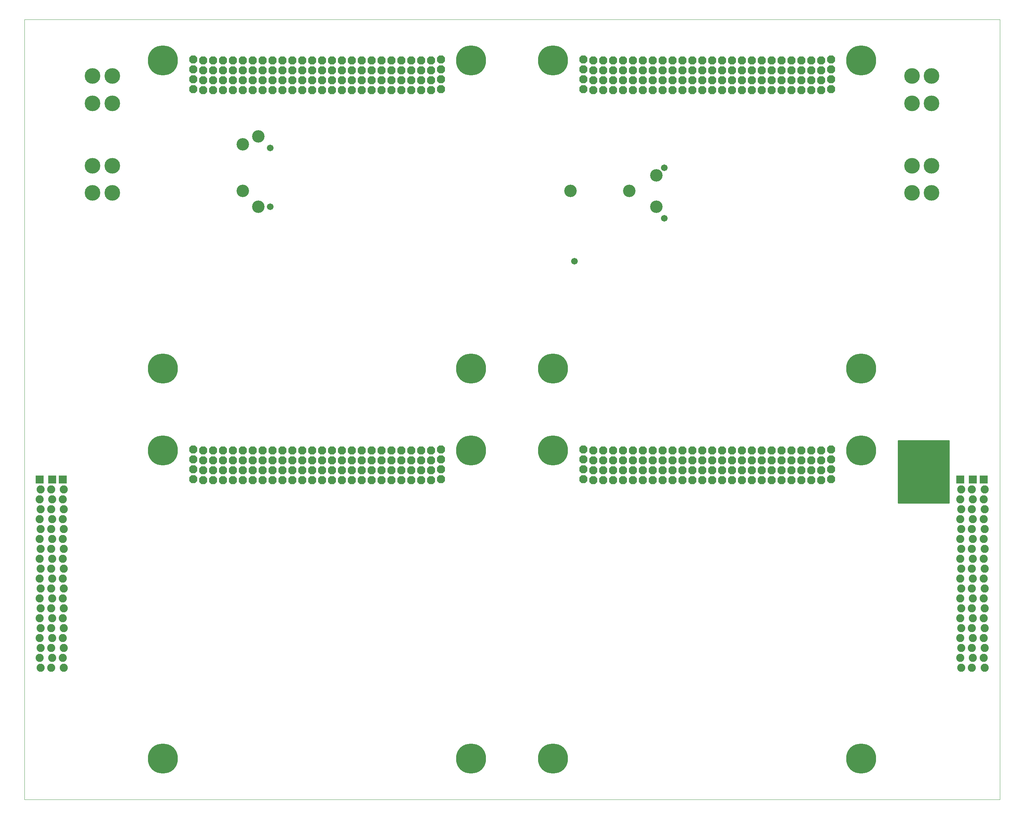
<source format=gbs>
G75*
%MOIN*%
%OFA0B0*%
%FSLAX25Y25*%
%IPPOS*%
%LPD*%
%AMOC8*
5,1,8,0,0,1.08239X$1,22.5*
%
%ADD10C,0.00000*%
%ADD11C,0.01000*%
%ADD12C,0.30328*%
%ADD13OC8,0.08200*%
%ADD14C,0.15800*%
%ADD15R,0.08200X0.08200*%
%ADD16C,0.08200*%
%ADD17C,0.12611*%
%ADD18C,0.06706*%
%ADD19C,0.04369*%
D10*
X0001000Y0002000D02*
X0001000Y0789402D01*
X0985252Y0789402D01*
X0985252Y0002000D01*
X0001000Y0002000D01*
D11*
X0882890Y0301213D02*
X0934071Y0301213D01*
X0934071Y0364205D01*
X0882890Y0364205D01*
X0882890Y0301213D01*
X0882890Y0301841D02*
X0934071Y0301841D01*
X0934071Y0302839D02*
X0882890Y0302839D01*
X0882890Y0303838D02*
X0934071Y0303838D01*
X0934071Y0304836D02*
X0882890Y0304836D01*
X0882890Y0305835D02*
X0934071Y0305835D01*
X0934071Y0306833D02*
X0882890Y0306833D01*
X0882890Y0307832D02*
X0934071Y0307832D01*
X0934071Y0308830D02*
X0882890Y0308830D01*
X0882890Y0309829D02*
X0934071Y0309829D01*
X0934071Y0310827D02*
X0882890Y0310827D01*
X0882890Y0311826D02*
X0934071Y0311826D01*
X0934071Y0312824D02*
X0882890Y0312824D01*
X0882890Y0313823D02*
X0934071Y0313823D01*
X0934071Y0314821D02*
X0882890Y0314821D01*
X0882890Y0315820D02*
X0934071Y0315820D01*
X0934071Y0316818D02*
X0882890Y0316818D01*
X0882890Y0317817D02*
X0934071Y0317817D01*
X0934071Y0318815D02*
X0882890Y0318815D01*
X0882890Y0319814D02*
X0934071Y0319814D01*
X0934071Y0320812D02*
X0882890Y0320812D01*
X0882890Y0321811D02*
X0934071Y0321811D01*
X0934071Y0322809D02*
X0882890Y0322809D01*
X0882890Y0323808D02*
X0934071Y0323808D01*
X0934071Y0324806D02*
X0882890Y0324806D01*
X0882890Y0325805D02*
X0934071Y0325805D01*
X0934071Y0326804D02*
X0882890Y0326804D01*
X0882890Y0327802D02*
X0934071Y0327802D01*
X0934071Y0328801D02*
X0882890Y0328801D01*
X0882890Y0329799D02*
X0934071Y0329799D01*
X0934071Y0330798D02*
X0882890Y0330798D01*
X0882890Y0331796D02*
X0934071Y0331796D01*
X0934071Y0332795D02*
X0882890Y0332795D01*
X0882890Y0333793D02*
X0934071Y0333793D01*
X0934071Y0334792D02*
X0882890Y0334792D01*
X0882890Y0335790D02*
X0934071Y0335790D01*
X0934071Y0336789D02*
X0882890Y0336789D01*
X0882890Y0337787D02*
X0934071Y0337787D01*
X0934071Y0338786D02*
X0882890Y0338786D01*
X0882890Y0339784D02*
X0934071Y0339784D01*
X0934071Y0340783D02*
X0882890Y0340783D01*
X0882890Y0341781D02*
X0934071Y0341781D01*
X0934071Y0342780D02*
X0882890Y0342780D01*
X0882890Y0343778D02*
X0934071Y0343778D01*
X0934071Y0344777D02*
X0882890Y0344777D01*
X0882890Y0345775D02*
X0934071Y0345775D01*
X0934071Y0346774D02*
X0882890Y0346774D01*
X0882890Y0347772D02*
X0934071Y0347772D01*
X0934071Y0348771D02*
X0882890Y0348771D01*
X0882890Y0349769D02*
X0934071Y0349769D01*
X0934071Y0350768D02*
X0882890Y0350768D01*
X0882890Y0351766D02*
X0934071Y0351766D01*
X0934071Y0352765D02*
X0882890Y0352765D01*
X0882890Y0353763D02*
X0934071Y0353763D01*
X0934071Y0354762D02*
X0882890Y0354762D01*
X0882890Y0355760D02*
X0934071Y0355760D01*
X0934071Y0356759D02*
X0882890Y0356759D01*
X0882890Y0357757D02*
X0934071Y0357757D01*
X0934071Y0358756D02*
X0882890Y0358756D01*
X0882890Y0359754D02*
X0934071Y0359754D01*
X0934071Y0360753D02*
X0882890Y0360753D01*
X0882890Y0361751D02*
X0934071Y0361751D01*
X0934071Y0362750D02*
X0882890Y0362750D01*
X0882890Y0363748D02*
X0934071Y0363748D01*
D12*
X0845488Y0354362D03*
X0845488Y0437039D03*
X0534465Y0437039D03*
X0451787Y0437039D03*
X0451787Y0354362D03*
X0534465Y0354362D03*
X0534465Y0043339D03*
X0451787Y0043339D03*
X0140764Y0043339D03*
X0140764Y0354362D03*
X0140764Y0437039D03*
X0140764Y0748063D03*
X0451787Y0748063D03*
X0534465Y0748063D03*
X0845488Y0748063D03*
X0845488Y0043339D03*
D13*
X0814976Y0325362D03*
X0814976Y0335362D03*
X0814976Y0345362D03*
X0814976Y0355362D03*
X0804976Y0354362D03*
X0794976Y0354362D03*
X0784976Y0354362D03*
X0774976Y0354362D03*
X0764976Y0354362D03*
X0754976Y0354362D03*
X0744976Y0354362D03*
X0734976Y0354362D03*
X0724976Y0354362D03*
X0714976Y0354362D03*
X0704976Y0354362D03*
X0694976Y0354362D03*
X0684976Y0354362D03*
X0674976Y0354362D03*
X0664976Y0354362D03*
X0654976Y0354362D03*
X0644976Y0354362D03*
X0634976Y0354362D03*
X0624976Y0354362D03*
X0614976Y0354362D03*
X0604976Y0354362D03*
X0594976Y0354362D03*
X0584976Y0354362D03*
X0574976Y0354362D03*
X0574976Y0344362D03*
X0574976Y0334362D03*
X0574976Y0324362D03*
X0584976Y0324362D03*
X0584976Y0334362D03*
X0584976Y0344362D03*
X0594976Y0344362D03*
X0594976Y0334362D03*
X0594976Y0324362D03*
X0604976Y0324362D03*
X0604976Y0334362D03*
X0604976Y0344362D03*
X0614976Y0344362D03*
X0614976Y0334362D03*
X0614976Y0324362D03*
X0624976Y0324362D03*
X0624976Y0334362D03*
X0624976Y0344362D03*
X0634976Y0344362D03*
X0634976Y0334362D03*
X0634976Y0324362D03*
X0644976Y0324362D03*
X0644976Y0334362D03*
X0644976Y0344362D03*
X0654976Y0344362D03*
X0654976Y0334362D03*
X0654976Y0324362D03*
X0664976Y0324362D03*
X0664976Y0334362D03*
X0664976Y0344362D03*
X0674976Y0344362D03*
X0674976Y0334362D03*
X0674976Y0324362D03*
X0684976Y0324362D03*
X0684976Y0334362D03*
X0684976Y0344362D03*
X0694976Y0344362D03*
X0694976Y0334362D03*
X0694976Y0324362D03*
X0704976Y0324362D03*
X0704976Y0334362D03*
X0704976Y0344362D03*
X0714976Y0344362D03*
X0714976Y0334362D03*
X0714976Y0324362D03*
X0724976Y0324362D03*
X0724976Y0334362D03*
X0724976Y0344362D03*
X0734976Y0344362D03*
X0734976Y0334362D03*
X0734976Y0324362D03*
X0744976Y0324362D03*
X0744976Y0334362D03*
X0744976Y0344362D03*
X0754976Y0344362D03*
X0754976Y0334362D03*
X0754976Y0324362D03*
X0764976Y0324362D03*
X0764976Y0334362D03*
X0764976Y0344362D03*
X0774976Y0344362D03*
X0774976Y0334362D03*
X0774976Y0324362D03*
X0784976Y0324362D03*
X0784976Y0334362D03*
X0784976Y0344362D03*
X0794976Y0344362D03*
X0794976Y0334362D03*
X0794976Y0324362D03*
X0804976Y0324362D03*
X0804976Y0334362D03*
X0804976Y0344362D03*
X0564976Y0345362D03*
X0564976Y0335362D03*
X0564976Y0325362D03*
X0564976Y0355362D03*
X0421276Y0355362D03*
X0421276Y0345362D03*
X0421276Y0335362D03*
X0421276Y0325362D03*
X0411276Y0324362D03*
X0411276Y0334362D03*
X0411276Y0344362D03*
X0411276Y0354362D03*
X0401276Y0354362D03*
X0401276Y0344362D03*
X0401276Y0334362D03*
X0401276Y0324362D03*
X0391276Y0324362D03*
X0391276Y0334362D03*
X0391276Y0344362D03*
X0391276Y0354362D03*
X0381276Y0354362D03*
X0381276Y0344362D03*
X0381276Y0334362D03*
X0381276Y0324362D03*
X0371276Y0324362D03*
X0371276Y0334362D03*
X0371276Y0344362D03*
X0371276Y0354362D03*
X0361276Y0354362D03*
X0361276Y0344362D03*
X0361276Y0334362D03*
X0361276Y0324362D03*
X0351276Y0324362D03*
X0351276Y0334362D03*
X0351276Y0344362D03*
X0351276Y0354362D03*
X0341276Y0354362D03*
X0341276Y0344362D03*
X0341276Y0334362D03*
X0341276Y0324362D03*
X0331276Y0324362D03*
X0331276Y0334362D03*
X0331276Y0344362D03*
X0331276Y0354362D03*
X0321276Y0354362D03*
X0321276Y0344362D03*
X0321276Y0334362D03*
X0321276Y0324362D03*
X0311276Y0324362D03*
X0311276Y0334362D03*
X0311276Y0344362D03*
X0311276Y0354362D03*
X0301276Y0354362D03*
X0301276Y0344362D03*
X0301276Y0334362D03*
X0301276Y0324362D03*
X0291276Y0324362D03*
X0291276Y0334362D03*
X0291276Y0344362D03*
X0291276Y0354362D03*
X0281276Y0354362D03*
X0281276Y0344362D03*
X0281276Y0334362D03*
X0281276Y0324362D03*
X0271276Y0324362D03*
X0271276Y0334362D03*
X0271276Y0344362D03*
X0271276Y0354362D03*
X0261276Y0354362D03*
X0261276Y0344362D03*
X0261276Y0334362D03*
X0261276Y0324362D03*
X0251276Y0324362D03*
X0251276Y0334362D03*
X0251276Y0344362D03*
X0251276Y0354362D03*
X0241276Y0354362D03*
X0241276Y0344362D03*
X0241276Y0334362D03*
X0241276Y0324362D03*
X0231276Y0324362D03*
X0231276Y0334362D03*
X0231276Y0344362D03*
X0231276Y0354362D03*
X0221276Y0354362D03*
X0221276Y0344362D03*
X0221276Y0334362D03*
X0221276Y0324362D03*
X0211276Y0324362D03*
X0211276Y0334362D03*
X0211276Y0344362D03*
X0211276Y0354362D03*
X0201276Y0354362D03*
X0201276Y0344362D03*
X0201276Y0334362D03*
X0201276Y0324362D03*
X0191276Y0324362D03*
X0191276Y0334362D03*
X0191276Y0344362D03*
X0191276Y0354362D03*
X0181276Y0354362D03*
X0181276Y0344362D03*
X0181276Y0334362D03*
X0181276Y0324362D03*
X0171276Y0325362D03*
X0171276Y0335362D03*
X0171276Y0345362D03*
X0171276Y0355362D03*
X0181276Y0718063D03*
X0191276Y0718063D03*
X0201276Y0718063D03*
X0211276Y0718063D03*
X0221276Y0718063D03*
X0231276Y0718063D03*
X0241276Y0718063D03*
X0251276Y0718063D03*
X0261276Y0718063D03*
X0271276Y0718063D03*
X0281276Y0718063D03*
X0291276Y0718063D03*
X0301276Y0718063D03*
X0311276Y0718063D03*
X0321276Y0718063D03*
X0331276Y0718063D03*
X0341276Y0718063D03*
X0351276Y0718063D03*
X0361276Y0718063D03*
X0371276Y0718063D03*
X0381276Y0718063D03*
X0391276Y0718063D03*
X0401276Y0718063D03*
X0411276Y0718063D03*
X0421276Y0719063D03*
X0421276Y0729063D03*
X0421276Y0739063D03*
X0421276Y0749063D03*
X0411276Y0748063D03*
X0411276Y0738063D03*
X0411276Y0728063D03*
X0401276Y0728063D03*
X0401276Y0738063D03*
X0401276Y0748063D03*
X0391276Y0748063D03*
X0391276Y0738063D03*
X0391276Y0728063D03*
X0381276Y0728063D03*
X0381276Y0738063D03*
X0381276Y0748063D03*
X0371276Y0748063D03*
X0371276Y0738063D03*
X0371276Y0728063D03*
X0361276Y0728063D03*
X0361276Y0738063D03*
X0361276Y0748063D03*
X0351276Y0748063D03*
X0351276Y0738063D03*
X0351276Y0728063D03*
X0341276Y0728063D03*
X0341276Y0738063D03*
X0341276Y0748063D03*
X0331276Y0748063D03*
X0331276Y0738063D03*
X0331276Y0728063D03*
X0321276Y0728063D03*
X0321276Y0738063D03*
X0321276Y0748063D03*
X0311276Y0748063D03*
X0311276Y0738063D03*
X0311276Y0728063D03*
X0301276Y0728063D03*
X0301276Y0738063D03*
X0301276Y0748063D03*
X0291276Y0748063D03*
X0291276Y0738063D03*
X0291276Y0728063D03*
X0281276Y0728063D03*
X0281276Y0738063D03*
X0281276Y0748063D03*
X0271276Y0748063D03*
X0271276Y0738063D03*
X0271276Y0728063D03*
X0261276Y0728063D03*
X0261276Y0738063D03*
X0261276Y0748063D03*
X0251276Y0748063D03*
X0251276Y0738063D03*
X0251276Y0728063D03*
X0241276Y0728063D03*
X0241276Y0738063D03*
X0241276Y0748063D03*
X0231276Y0748063D03*
X0231276Y0738063D03*
X0231276Y0728063D03*
X0221276Y0728063D03*
X0221276Y0738063D03*
X0221276Y0748063D03*
X0211276Y0748063D03*
X0211276Y0738063D03*
X0211276Y0728063D03*
X0201276Y0728063D03*
X0201276Y0738063D03*
X0201276Y0748063D03*
X0191276Y0748063D03*
X0191276Y0738063D03*
X0191276Y0728063D03*
X0181276Y0728063D03*
X0181276Y0738063D03*
X0181276Y0748063D03*
X0171276Y0749063D03*
X0171276Y0739063D03*
X0171276Y0729063D03*
X0171276Y0719063D03*
X0564976Y0719063D03*
X0574976Y0718063D03*
X0584976Y0718063D03*
X0594976Y0718063D03*
X0604976Y0718063D03*
X0614976Y0718063D03*
X0624976Y0718063D03*
X0634976Y0718063D03*
X0644976Y0718063D03*
X0654976Y0718063D03*
X0664976Y0718063D03*
X0674976Y0718063D03*
X0684976Y0718063D03*
X0694976Y0718063D03*
X0704976Y0718063D03*
X0714976Y0718063D03*
X0724976Y0718063D03*
X0734976Y0718063D03*
X0744976Y0718063D03*
X0754976Y0718063D03*
X0764976Y0718063D03*
X0774976Y0718063D03*
X0784976Y0718063D03*
X0794976Y0718063D03*
X0804976Y0718063D03*
X0814976Y0719063D03*
X0814976Y0729063D03*
X0814976Y0739063D03*
X0814976Y0749063D03*
X0804976Y0748063D03*
X0794976Y0748063D03*
X0784976Y0748063D03*
X0774976Y0748063D03*
X0764976Y0748063D03*
X0754976Y0748063D03*
X0744976Y0748063D03*
X0734976Y0748063D03*
X0724976Y0748063D03*
X0714976Y0748063D03*
X0704976Y0748063D03*
X0694976Y0748063D03*
X0684976Y0748063D03*
X0674976Y0748063D03*
X0664976Y0748063D03*
X0654976Y0748063D03*
X0644976Y0748063D03*
X0634976Y0748063D03*
X0624976Y0748063D03*
X0614976Y0748063D03*
X0604976Y0748063D03*
X0594976Y0748063D03*
X0584976Y0748063D03*
X0574976Y0748063D03*
X0574976Y0738063D03*
X0574976Y0728063D03*
X0584976Y0728063D03*
X0584976Y0738063D03*
X0594976Y0738063D03*
X0594976Y0728063D03*
X0604976Y0728063D03*
X0604976Y0738063D03*
X0614976Y0738063D03*
X0614976Y0728063D03*
X0624976Y0728063D03*
X0624976Y0738063D03*
X0634976Y0738063D03*
X0634976Y0728063D03*
X0644976Y0728063D03*
X0644976Y0738063D03*
X0654976Y0738063D03*
X0654976Y0728063D03*
X0664976Y0728063D03*
X0664976Y0738063D03*
X0674976Y0738063D03*
X0674976Y0728063D03*
X0684976Y0728063D03*
X0684976Y0738063D03*
X0694976Y0738063D03*
X0694976Y0728063D03*
X0704976Y0728063D03*
X0704976Y0738063D03*
X0714976Y0738063D03*
X0714976Y0728063D03*
X0724976Y0728063D03*
X0724976Y0738063D03*
X0734976Y0738063D03*
X0734976Y0728063D03*
X0744976Y0728063D03*
X0744976Y0738063D03*
X0754976Y0738063D03*
X0754976Y0728063D03*
X0764976Y0728063D03*
X0764976Y0738063D03*
X0774976Y0738063D03*
X0774976Y0728063D03*
X0784976Y0728063D03*
X0784976Y0738063D03*
X0794976Y0738063D03*
X0794976Y0728063D03*
X0804976Y0728063D03*
X0804976Y0738063D03*
X0564976Y0739063D03*
X0564976Y0749063D03*
X0564976Y0729063D03*
D14*
X0896662Y0732335D03*
X0916362Y0732335D03*
X0916362Y0704735D03*
X0896662Y0704735D03*
X0896662Y0641784D03*
X0916362Y0641784D03*
X0916362Y0614184D03*
X0896662Y0614184D03*
X0089590Y0614184D03*
X0069890Y0614184D03*
X0069890Y0641784D03*
X0089590Y0641784D03*
X0089590Y0704735D03*
X0069890Y0704735D03*
X0069890Y0732335D03*
X0089590Y0732335D03*
D15*
X0039870Y0324835D03*
X0029059Y0324835D03*
X0016248Y0324835D03*
X0945382Y0324835D03*
X0958193Y0324835D03*
X0969004Y0324835D03*
D16*
X0970004Y0314835D03*
X0969004Y0304835D03*
X0970004Y0294835D03*
X0969004Y0284835D03*
X0958193Y0284835D03*
X0957193Y0294835D03*
X0958193Y0304835D03*
X0957193Y0314835D03*
X0946382Y0314835D03*
X0945382Y0304835D03*
X0946382Y0294835D03*
X0945382Y0284835D03*
X0946382Y0274835D03*
X0945382Y0264835D03*
X0946382Y0254835D03*
X0957193Y0254835D03*
X0958193Y0264835D03*
X0957193Y0274835D03*
X0970004Y0274835D03*
X0969004Y0264835D03*
X0970004Y0254835D03*
X0969004Y0244835D03*
X0970004Y0234835D03*
X0969004Y0224835D03*
X0970004Y0214835D03*
X0958193Y0224835D03*
X0957193Y0234835D03*
X0958193Y0244835D03*
X0945382Y0244835D03*
X0946382Y0234835D03*
X0945382Y0224835D03*
X0946382Y0214835D03*
X0957193Y0214835D03*
X0958193Y0204835D03*
X0957193Y0194835D03*
X0958193Y0184835D03*
X0957193Y0174835D03*
X0946382Y0174835D03*
X0945382Y0184835D03*
X0946382Y0194835D03*
X0945382Y0204835D03*
X0969004Y0204835D03*
X0970004Y0194835D03*
X0969004Y0184835D03*
X0970004Y0174835D03*
X0969004Y0164835D03*
X0970004Y0154835D03*
X0969004Y0144835D03*
X0970004Y0134835D03*
X0958193Y0144835D03*
X0957193Y0154835D03*
X0958193Y0164835D03*
X0945382Y0164835D03*
X0946382Y0154835D03*
X0945382Y0144835D03*
X0946382Y0134835D03*
X0957193Y0134835D03*
X0040870Y0134835D03*
X0039870Y0144835D03*
X0040870Y0154835D03*
X0039870Y0164835D03*
X0040870Y0174835D03*
X0039870Y0184835D03*
X0040870Y0194835D03*
X0039870Y0204835D03*
X0040870Y0214835D03*
X0039870Y0224835D03*
X0040870Y0234835D03*
X0039870Y0244835D03*
X0040870Y0254835D03*
X0039870Y0264835D03*
X0040870Y0274835D03*
X0039870Y0284835D03*
X0040870Y0294835D03*
X0039870Y0304835D03*
X0040870Y0314835D03*
X0028059Y0314835D03*
X0029059Y0304835D03*
X0028059Y0294835D03*
X0029059Y0284835D03*
X0016248Y0284835D03*
X0017248Y0294835D03*
X0016248Y0304835D03*
X0017248Y0314835D03*
X0017248Y0274835D03*
X0016248Y0264835D03*
X0017248Y0254835D03*
X0028059Y0254835D03*
X0029059Y0264835D03*
X0028059Y0274835D03*
X0029059Y0244835D03*
X0028059Y0234835D03*
X0029059Y0224835D03*
X0028059Y0214835D03*
X0017248Y0214835D03*
X0016248Y0224835D03*
X0017248Y0234835D03*
X0016248Y0244835D03*
X0016248Y0204835D03*
X0017248Y0194835D03*
X0016248Y0184835D03*
X0017248Y0174835D03*
X0028059Y0174835D03*
X0029059Y0184835D03*
X0028059Y0194835D03*
X0029059Y0204835D03*
X0029059Y0164835D03*
X0028059Y0154835D03*
X0029059Y0144835D03*
X0028059Y0134835D03*
X0017248Y0134835D03*
X0016248Y0144835D03*
X0017248Y0154835D03*
X0016248Y0164835D03*
D17*
X0237220Y0600425D03*
X0221472Y0616173D03*
X0221472Y0663417D03*
X0237220Y0671291D03*
X0552181Y0616173D03*
X0611236Y0616173D03*
X0638795Y0600425D03*
X0638795Y0631921D03*
D18*
X0646669Y0639795D03*
X0646669Y0588614D03*
X0556118Y0545307D03*
X0249031Y0600425D03*
X0249031Y0659480D03*
D19*
X0890764Y0320898D03*
X0894701Y0324835D03*
X0898638Y0328772D03*
X0902575Y0332709D03*
X0906512Y0336646D03*
X0910449Y0340583D03*
X0914386Y0344520D03*
X0918323Y0348457D03*
X0922260Y0352394D03*
X0926197Y0356331D03*
M02*

</source>
